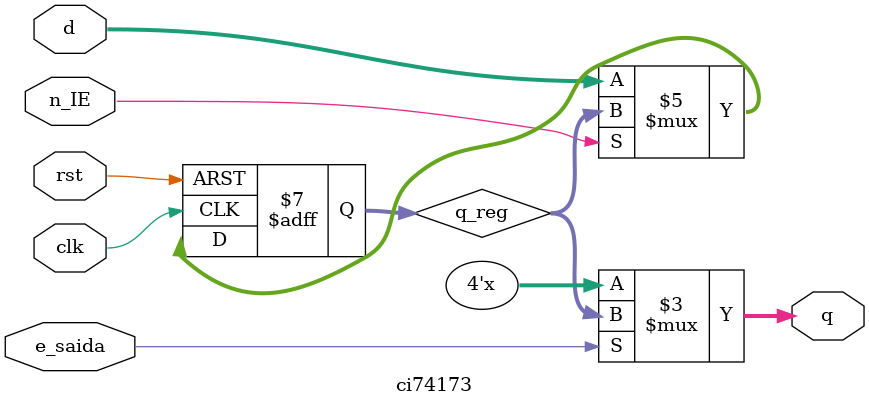
<source format=v>
module ci74173 (
  input clk,
  input rst,
  input e_saida,
  input n_IE,
  input [3:0] d,
  output [3:0] q
);
  reg [3:0] q_reg;
  
  initial q_reg <= 4'b0;

  always @(posedge clk or posedge rst)
    if (rst)
      q_reg <= 4'b0;
    else if (~n_IE)
      q_reg <= d;

  assign q = e_saida ? q_reg : 4'bZ;

endmodule

</source>
